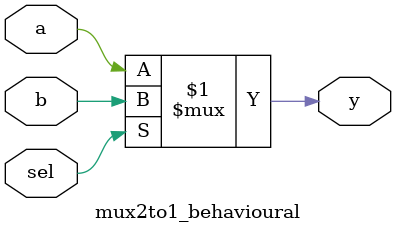
<source format=v>
module mux2to1_behavioural(y,a,b,sel);
    input  a,b,sel;
    output y;
    assign y = sel ? b : a;
endmodule

</source>
